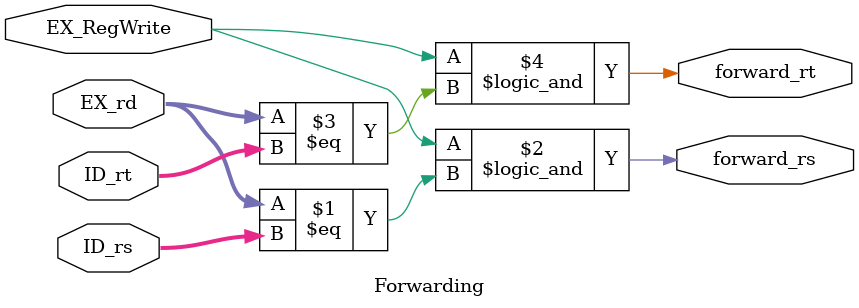
<source format=v>
module Forwarding(
    input [4:0] ID_rs, ID_rt,     // Registros que BEQ quiere leer
    input [4:0] EX_rd,            // Registro que EX va a escribir  
    input EX_RegWrite,             // EX va a escribir un registro
    output reg forward_rs, forward_rt
);
    
    // Forward para rs
    assign forward_rs = (EX_RegWrite && EX_rd == ID_rs);
    
    // Forward para rt  
    assign forward_rt = (EX_RegWrite && EX_rd == ID_rt);
    
endmodule
</source>
